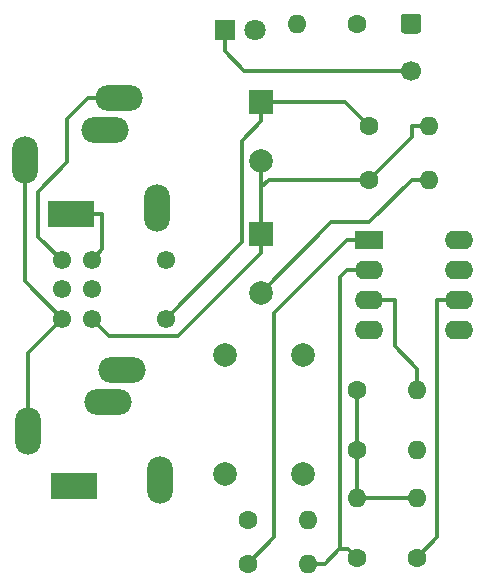
<source format=gbr>
%TF.GenerationSoftware,KiCad,Pcbnew,(5.1.6)-1*%
%TF.CreationDate,2020-06-12T21:02:23-04:00*%
%TF.ProjectId,cMoy,634d6f79-2e6b-4696-9361-645f70636258,rev?*%
%TF.SameCoordinates,Original*%
%TF.FileFunction,Copper,L1,Top*%
%TF.FilePolarity,Positive*%
%FSLAX46Y46*%
G04 Gerber Fmt 4.6, Leading zero omitted, Abs format (unit mm)*
G04 Created by KiCad (PCBNEW (5.1.6)-1) date 2020-06-12 21:02:23*
%MOMM*%
%LPD*%
G01*
G04 APERTURE LIST*
%TA.AperFunction,ComponentPad*%
%ADD10C,1.700000*%
%TD*%
%TA.AperFunction,ComponentPad*%
%ADD11C,2.000000*%
%TD*%
%TA.AperFunction,ComponentPad*%
%ADD12R,2.000000X2.000000*%
%TD*%
%TA.AperFunction,ComponentPad*%
%ADD13R,1.800000X1.800000*%
%TD*%
%TA.AperFunction,ComponentPad*%
%ADD14C,1.800000*%
%TD*%
%TA.AperFunction,ComponentPad*%
%ADD15C,1.600000*%
%TD*%
%TA.AperFunction,ComponentPad*%
%ADD16O,1.600000X1.600000*%
%TD*%
%TA.AperFunction,ComponentPad*%
%ADD17R,2.400000X1.600000*%
%TD*%
%TA.AperFunction,ComponentPad*%
%ADD18O,2.400000X1.600000*%
%TD*%
%TA.AperFunction,ComponentPad*%
%ADD19O,2.200000X4.000000*%
%TD*%
%TA.AperFunction,ComponentPad*%
%ADD20O,4.000000X2.200000*%
%TD*%
%TA.AperFunction,ComponentPad*%
%ADD21R,4.000000X2.200000*%
%TD*%
%TA.AperFunction,ComponentPad*%
%ADD22C,1.550000*%
%TD*%
%TA.AperFunction,Conductor*%
%ADD23C,0.300000*%
%TD*%
G04 APERTURE END LIST*
%TO.P,BT1,1*%
%TO.N,SPST_PIN_7*%
%TA.AperFunction,ComponentPad*%
G36*
G01*
X148752000Y-27090000D02*
X149952000Y-27090000D01*
G75*
G02*
X150202000Y-27340000I0J-250000D01*
G01*
X150202000Y-28540000D01*
G75*
G02*
X149952000Y-28790000I-250000J0D01*
G01*
X148752000Y-28790000D01*
G75*
G02*
X148502000Y-28540000I0J250000D01*
G01*
X148502000Y-27340000D01*
G75*
G02*
X148752000Y-27090000I250000J0D01*
G01*
G37*
%TD.AperFunction*%
D10*
%TO.P,BT1,2*%
%TO.N,-9V*%
X149352000Y-31940000D03*
%TD*%
D11*
%TO.P,C1,2*%
%TO.N,V_GND*%
X136652000Y-39544000D03*
D12*
%TO.P,C1,1*%
%TO.N,SPST_PIN_8*%
X136652000Y-34544000D03*
%TD*%
%TO.P,C2,1*%
%TO.N,V_GND*%
X136652000Y-45720000D03*
D11*
%TO.P,C2,2*%
%TO.N,-9V*%
X136652000Y-50720000D03*
%TD*%
%TO.P,C3,2*%
%TO.N,Net-(C3-Pad2)*%
X140208000Y-56040000D03*
%TO.P,C3,1*%
%TO.N,Net-(C3-Pad1)*%
X140208000Y-66040000D03*
%TD*%
%TO.P,C4,1*%
%TO.N,Net-(C4-Pad1)*%
X133604000Y-66040000D03*
%TO.P,C4,2*%
%TO.N,Net-(C4-Pad2)*%
X133604000Y-56040000D03*
%TD*%
D13*
%TO.P,D1,1*%
%TO.N,-9V*%
X133604000Y-28448000D03*
D14*
%TO.P,D1,2*%
%TO.N,Net-(D1-Pad2)*%
X136144000Y-28448000D03*
%TD*%
D15*
%TO.P,R1,1*%
%TO.N,SPST_PIN_8*%
X144780000Y-27940000D03*
D16*
%TO.P,R1,2*%
%TO.N,Net-(D1-Pad2)*%
X139700000Y-27940000D03*
%TD*%
%TO.P,R2,2*%
%TO.N,V_GND*%
X150876000Y-36576000D03*
D15*
%TO.P,R2,1*%
%TO.N,SPST_PIN_8*%
X145796000Y-36576000D03*
%TD*%
%TO.P,R3,1*%
%TO.N,V_GND*%
X145796000Y-41148000D03*
D16*
%TO.P,R3,2*%
%TO.N,-9V*%
X150876000Y-41148000D03*
%TD*%
%TO.P,R4,2*%
%TO.N,Net-(C3-Pad1)*%
X149860000Y-58928000D03*
D15*
%TO.P,R4,1*%
%TO.N,V_GND*%
X144780000Y-58928000D03*
%TD*%
%TO.P,R5,1*%
%TO.N,V_GND*%
X144780000Y-64008000D03*
D16*
%TO.P,R5,2*%
%TO.N,Net-(C4-Pad1)*%
X149860000Y-64008000D03*
%TD*%
D15*
%TO.P,R6,1*%
%TO.N,Net-(R6-Pad1)*%
X144780000Y-73152000D03*
D16*
%TO.P,R6,2*%
%TO.N,V_GND*%
X144780000Y-68072000D03*
%TD*%
%TO.P,R7,2*%
%TO.N,V_GND*%
X149860000Y-68072000D03*
D15*
%TO.P,R7,1*%
%TO.N,Net-(R7-Pad1)*%
X149860000Y-73152000D03*
%TD*%
D16*
%TO.P,R8,2*%
%TO.N,Net-(R6-Pad1)*%
X140589000Y-73660000D03*
D15*
%TO.P,R8,1*%
%TO.N,Net-(J2-PadT)*%
X135509000Y-73660000D03*
%TD*%
%TO.P,R9,1*%
%TO.N,Net-(J2-PadR)*%
X135509000Y-69977000D03*
D16*
%TO.P,R9,2*%
%TO.N,Net-(R7-Pad1)*%
X140589000Y-69977000D03*
%TD*%
D17*
%TO.P,U1,1*%
%TO.N,Net-(J2-PadT)*%
X145796000Y-46228000D03*
D18*
%TO.P,U1,5*%
%TO.N,Net-(C4-Pad1)*%
X153416000Y-53848000D03*
%TO.P,U1,2*%
%TO.N,Net-(R6-Pad1)*%
X145796000Y-48768000D03*
%TO.P,U1,6*%
%TO.N,Net-(R7-Pad1)*%
X153416000Y-51308000D03*
%TO.P,U1,3*%
%TO.N,Net-(C3-Pad1)*%
X145796000Y-51308000D03*
%TO.P,U1,7*%
%TO.N,Net-(J2-PadR)*%
X153416000Y-48768000D03*
%TO.P,U1,4*%
%TO.N,-9V*%
X145796000Y-53848000D03*
%TO.P,U1,8*%
%TO.N,SPST_PIN_8*%
X153416000Y-46228000D03*
%TD*%
D19*
%TO.P,J1,S*%
%TO.N,V_GND*%
X116623000Y-39469000D03*
D20*
%TO.P,J1,R*%
%TO.N,Net-(J1-PadR)*%
X124623000Y-34269000D03*
%TO.P,J1,RN*%
%TO.N,N/C*%
X123423000Y-36969000D03*
D19*
%TO.P,J1,TN*%
X127823000Y-43569000D03*
D21*
%TO.P,J1,T*%
%TO.N,Net-(J1-PadT)*%
X120523000Y-44069000D03*
%TD*%
%TO.P,J2,T*%
%TO.N,Net-(J2-PadT)*%
X120777000Y-67056000D03*
D19*
%TO.P,J2,TN*%
%TO.N,N/C*%
X128077000Y-66556000D03*
D20*
%TO.P,J2,RN*%
X123677000Y-59956000D03*
%TO.P,J2,R*%
%TO.N,Net-(J2-PadR)*%
X124877000Y-57256000D03*
D19*
%TO.P,J2,S*%
%TO.N,V_GND*%
X116877000Y-62456000D03*
%TD*%
D22*
%TO.P,RV1,1*%
%TO.N,Net-(J1-PadR)*%
X119808000Y-47919000D03*
%TO.P,RV1,2*%
%TO.N,Net-(C3-Pad2)*%
X119808000Y-50419000D03*
%TO.P,RV1,3*%
%TO.N,V_GND*%
X119808000Y-52919000D03*
%TO.P,RV1,4*%
%TO.N,Net-(J1-PadT)*%
X122308000Y-47919000D03*
%TO.P,RV1,5*%
%TO.N,Net-(C4-Pad2)*%
X122308000Y-50419000D03*
%TO.P,RV1,6*%
%TO.N,V_GND*%
X122308000Y-52919000D03*
%TO.P,RV1,7*%
%TO.N,SPST_PIN_7*%
X128558000Y-47919000D03*
%TO.P,RV1,8*%
%TO.N,SPST_PIN_8*%
X128558000Y-52919000D03*
%TD*%
D23*
%TO.N,-9V*%
X133604000Y-28448000D02*
X133604000Y-30298300D01*
X149352000Y-31940000D02*
X135245700Y-31940000D01*
X135245700Y-31940000D02*
X133604000Y-30298300D01*
X150876000Y-41148000D02*
X149425700Y-41148000D01*
X136652000Y-50720000D02*
X142594400Y-44777600D01*
X142594400Y-44777600D02*
X145796100Y-44777600D01*
X145796100Y-44777600D02*
X149425700Y-41148000D01*
%TO.N,V_GND*%
X144780000Y-68072000D02*
X148109700Y-68072000D01*
X149860000Y-68072000D02*
X148109700Y-68072000D01*
X144780000Y-68072000D02*
X144780000Y-64008000D01*
X136652000Y-41148000D02*
X136652000Y-39544000D01*
X136652000Y-45720000D02*
X136652000Y-47370300D01*
X122308000Y-52919000D02*
X123760400Y-54371400D01*
X123760400Y-54371400D02*
X129650900Y-54371400D01*
X129650900Y-54371400D02*
X136652000Y-47370300D01*
X119808000Y-52919000D02*
X116623000Y-49734000D01*
X116623000Y-49734000D02*
X116623000Y-39469000D01*
X119808000Y-52919000D02*
X116877000Y-55850000D01*
X116877000Y-55850000D02*
X116877000Y-62456000D01*
X150876000Y-36576000D02*
X149425700Y-36576000D01*
X149425700Y-36576000D02*
X149425700Y-37518300D01*
X149425700Y-37518300D02*
X145796000Y-41148000D01*
X144780000Y-58928000D02*
X144780000Y-64008000D01*
X136652000Y-41783000D02*
X137287000Y-41148000D01*
X137287000Y-41148000D02*
X145796000Y-41148000D01*
X136652000Y-41783000D02*
X136652000Y-41148000D01*
X136652000Y-45720000D02*
X136652000Y-41783000D01*
%TO.N,Net-(C3-Pad1)*%
X149860000Y-58928000D02*
X149860000Y-57177700D01*
X145796000Y-51308000D02*
X147946300Y-51308000D01*
X147946300Y-51308000D02*
X147946300Y-55264000D01*
X147946300Y-55264000D02*
X149860000Y-57177700D01*
%TO.N,Net-(R6-Pad1)*%
X143305400Y-72414700D02*
X143284600Y-72414700D01*
X143284600Y-72414700D02*
X142039300Y-73660000D01*
X144780000Y-73152000D02*
X144042700Y-72414700D01*
X144042700Y-72414700D02*
X143305400Y-72414700D01*
X143305400Y-72414700D02*
X143305400Y-49408300D01*
X143305400Y-49408300D02*
X143945700Y-48768000D01*
X140589000Y-73660000D02*
X142039300Y-73660000D01*
X145796000Y-48768000D02*
X143945700Y-48768000D01*
%TO.N,Net-(R7-Pad1)*%
X153416000Y-51308000D02*
X151565700Y-51308000D01*
X151565700Y-51308000D02*
X151565700Y-71446300D01*
X151565700Y-71446300D02*
X149860000Y-73152000D01*
%TO.N,Net-(J1-PadR)*%
X121972700Y-34269000D02*
X124623000Y-34269000D01*
X117729000Y-45974000D02*
X117729000Y-42164000D01*
X119808000Y-47919000D02*
X117729000Y-45974000D01*
X117729000Y-42164000D02*
X120198000Y-39668500D01*
X120198000Y-39668500D02*
X120198000Y-36043700D01*
X120198000Y-36043700D02*
X121972700Y-34269000D01*
%TO.N,Net-(J1-PadT)*%
X120523000Y-44069000D02*
X123173300Y-44069000D01*
X122308000Y-47919000D02*
X123173300Y-47053700D01*
X123173300Y-47053700D02*
X123173300Y-44069000D01*
%TO.N,Net-(J2-PadT)*%
X145796000Y-46228000D02*
X143945700Y-46228000D01*
X143945700Y-46228000D02*
X137741600Y-52432100D01*
X137741600Y-52432100D02*
X137741600Y-71427400D01*
X137741600Y-71427400D02*
X135509000Y-73660000D01*
%TO.N,SPST_PIN_8*%
X138302300Y-34544000D02*
X143764000Y-34544000D01*
X143764000Y-34544000D02*
X145796000Y-36576000D01*
X136652000Y-34544000D02*
X138302300Y-34544000D01*
X136652000Y-34544000D02*
X136652000Y-36194300D01*
X128558000Y-52919000D02*
X135001700Y-46475300D01*
X135001700Y-46475300D02*
X135001700Y-37844600D01*
X135001700Y-37844600D02*
X136652000Y-36194300D01*
%TD*%
M02*

</source>
